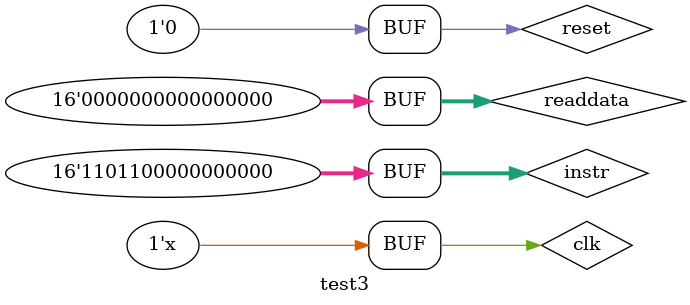
<source format=v>
`timescale 1ns / 1ps

`define HALT		5'b11011
`define IDLE		5'b00000
`define NOP			5'b00001
`define ADD			5'b10000
`define SUB			5'b00011
`define ADDC		5'b00100
`define SUBC		5'b00101
`define OR			5'b00110
`define AND			5'b00111
`define XOR			5'b01000
`define CMP			5'b01001
`define LOAD		5'b10001
`define STORE		5'b10010
`define SLL			5'b01010
`define SRL			5'b01011
`define SLA			5'b01100
`define SRA			5'b01101
`define LDIH		5'b01111
`define ADDI		5'b10011
`define SUBI		5'b01110
`define BZ			5'b10100
`define BNZ			5'b10101
`define BC			5'b10110
`define BNC			5'b10111
`define BN			5'b11000
`define BNN			5'b11001
`define JUMP		5'b00010
`define JMPR		5'b11010
//gr
//gr
`define s0 3'b000
`define s1 3'b001
`define s2 3'b010
`define s3 3'b011
`define s4 3'b100
`define s5 3'b101
`define s6 3'b110
`define s7 3'b111


module test3;

	// Inputs
	reg clk;
	reg reset;
	reg [15:0] instr;
	reg [15:0] readdata;

	// Outputs
	wire [7:0] pc;
	wire memwrite;
	wire [15:0] writedata;
	wire [15:0] aluout;

	// Instantiate the Unit Under Test (UUT)
	mips uut (
		.clk(clk), 
		.reset(reset), 
		.pc(pc), 
		.instr(instr), 
		.memwrite(memwrite), 
		.writedata(writedata), 
		.aluout(aluout), 
		.readdata(readdata)
	);
		
		
	initial begin        
		clk = 0;
		reset = 0;
		instr = 0;
		readdata = 0;
		#5
		
		$display("pc :      instr       :      aluout      :     result       :      rf1         :         rf2      :pcnext");
		$monitor("%h : %b : %b : %b : %b : %b :  %h", 
			uut.pc, uut.instr, uut.dp.aluout, uut.dp.result, uut.dp.rf.rf[1], uut.dp.rf.rf[2], uut.dp.pcnext);
		instr <= 0;
		#10 reset  <= 1;
		#10 reset  <= 0;		
			 instr <= {`ADDI, `s1, 8'b1100_0011};			// 00
		#10 instr <= {`NOP, 11'h0};							// 01	
		#10 instr <= {`ADD, `s0, 1'h0, `s1, 1'h0, `s0};  // 02
		#10 instr <= {`LDIH, `s1, 8'b1001_0110};			//	03
		#10 instr <= {`NOP, 11'h0};							// 04		
		
		#10 instr <= {`SLL, `s2, 1'h0, `s1, 4'h2 }; 					// 05
		#10 instr <= {`NOP, 11'h0};							// 06
		#10 instr <= {`SRL, `s2, 1'h0, `s1, 4'h2 }; 					// 07
		#10 instr <= {`NOP, 11'h0};							// 08
		
		#10 instr <= {`ADD, `s1, 1'h0, `s0, 1'h0, `s0};  // 09
		
		#10 instr <= {`SLA, `s2, 1'h0, `s1, 4'h2 }; 					// 10
		#10 instr <= {`NOP, 11'h0};							// 11
		#10 instr <= {`SRA, `s2, 1'h0, `s1, 4'h2 }; 					// 12
		#10 instr <= {`NOP, 11'h0};							// 13
		
		#10 instr <= {`HALT, 11'h0};							// 14
		
	end
     always #5 clk = ~clk;
endmodule

</source>
